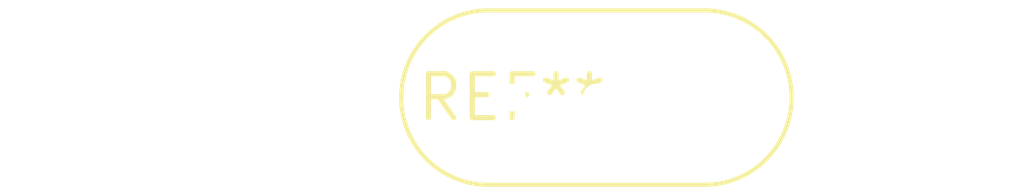
<source format=kicad_pcb>
(kicad_pcb (version 20240108) (generator pcbnew)
  (layers (0 "F.Cu" signal) (31 "B.Cu" signal) (34 "B.Paste" user) (35 "F.Paste" user) (36 "B.SilkS" user "B.Silkscreen") (37 "F.SilkS" user "F.Silkscreen") (38 "B.Mask" user) (39 "F.Mask" user) (44 "Edge.Cuts" user))
  (net 0 "")
  (footprint "Crystal_HC49-U-3Pin_Vertical" (layer "F.Cu") (at 0 0)
    (property "Reference" "REF**")
    (property "Value" "Crystal_HC49-U-3Pin_Vertical")
    (fp_line (start -0.685 -2.525) (end 5.565 -2.525) (layer "F.SilkS") (stroke (width 0.12)))
    (fp_line (start -0.685 2.525) (end 5.565 2.525) (layer "F.SilkS") (stroke (width 0.12)))
    (fp_arc (start -0.685 2.525) (mid -3.21 0) (end -0.685 -2.525) (layer "F.SilkS") (stroke (width 0.12)))
    (fp_arc (start 5.565 -2.525) (mid 8.09 0) (end 5.565 2.525) (layer "F.SilkS") (stroke (width 0.12)))
    (pad "1" thru_hole circle (at 0 0) (size 1.5 1.5) (drill 0.8) (layers *.Cu *.Mask) (remove_unused_layers))
    (pad "2" thru_hole circle (at 2.44 0) (size 1.5 1.5) (drill 0.8) (layers *.Cu *.Mask) (remove_unused_layers))
    (pad "3" thru_hole circle (at 4.88 0) (size 1.5 1.5) (drill 0.8) (layers *.Cu *.Mask) (remove_unused_layers))
  )
)
</source>
